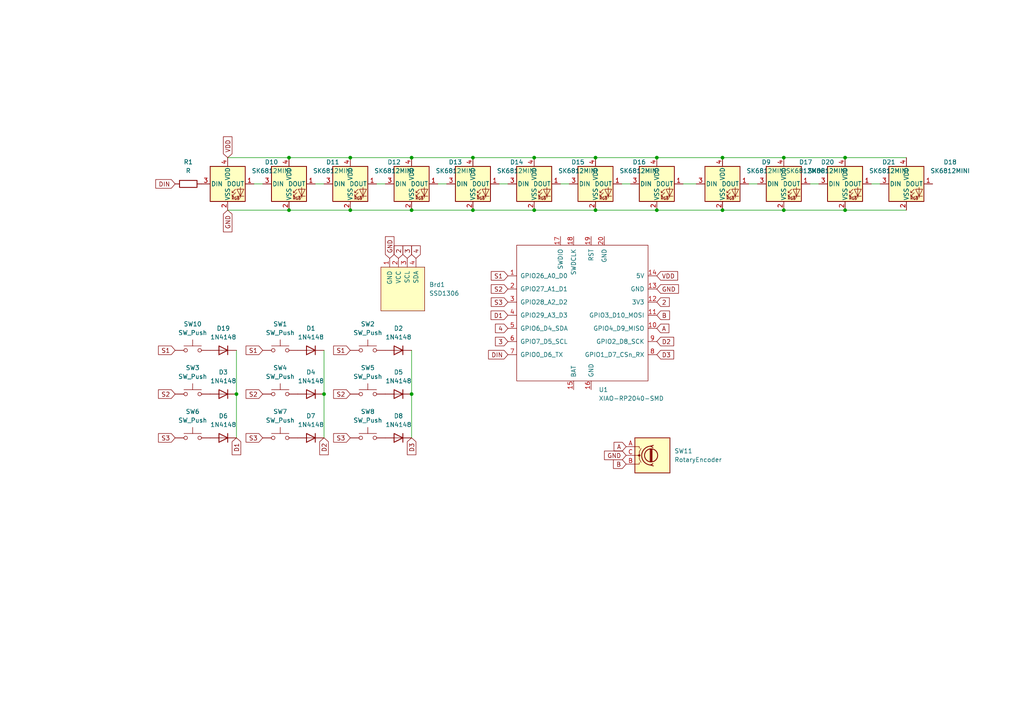
<source format=kicad_sch>
(kicad_sch (version 20231120) (generator "eeschema") (generator_version "8.0")
  (paper "A4")
  (lib_symbols
    (symbol "Device:R" (pin_numbers hide) (pin_names (offset 0))
      (property "Reference" "R" (at 2.032 0 90))
      (property "Value" "R" (at 0 0 90))
      (symbol "R_0_1"
        (rectangle (start -1.016 -2.54) (end 1.016 2.54) (stroke (width 0.254)))
      )
      (symbol "R_1_1"
        (pin passive line (at 0 3.81 270) (length 1.27) (name "~") (number "1"))
        (pin passive line (at 0 -3.81 90) (length 1.27) (name "~") (number "2"))
      )
    )
    (symbol "Device:RotaryEncoder" (pin_names (offset 0.254) hide)
      (property "Reference" "SW" (at 0 6.604 0))
      (property "Value" "RotaryEncoder" (at 0 -6.604 0))
      (symbol "RotaryEncoder_0_1"
        (rectangle (start -5.08 5.08) (end 5.08 -5.08) (stroke (width 0.254)) (fill (type background)))
        (circle (center -3.81 0) (radius 0.254) (fill (type outline)))
        (circle (center -0.381 0) (radius 1.905) (stroke (width 0.254)))
        (arc (start -0.381 2.667) (mid -3.0988 -0.0635) (end -0.381 -2.794) (stroke (width 0.254)))
        (polyline (pts (xy -0.635 -1.778) (xy -0.635 1.778)) (stroke (width 0.254)))
        (polyline (pts (xy -0.381 -1.778) (xy -0.381 1.778)) (stroke (width 0.254)))
        (polyline (pts (xy -0.127 1.778) (xy -0.127 -1.778)) (stroke (width 0.254)))
        (polyline (pts (xy -5.08 -2.54) (xy -3.81 -2.54) (xy -3.81 -2.032)))
        (polyline (pts (xy -5.08 2.54) (xy -3.81 2.54) (xy -3.81 2.032)))
        (polyline (pts (xy 0.254 -3.048) (xy -0.508 -2.794) (xy 0.127 -2.413)) (stroke (width 0.254)))
        (polyline (pts (xy 0.254 2.921) (xy -0.508 2.667) (xy 0.127 2.286)) (stroke (width 0.254)))
        (polyline (pts (xy -5.08 0) (xy -3.81 0) (xy -3.81 -1.016) (xy -3.302 -2.032)))
        (polyline (pts (xy -4.318 0) (xy -3.81 0) (xy -3.81 1.016) (xy -3.302 2.032)))
      )
      (symbol "RotaryEncoder_1_1"
        (pin passive line (at -7.62 2.54 0) (length 2.54) (name "A") (number "A"))
        (pin passive line (at -7.62 -2.54 0) (length 2.54) (name "B") (number "B"))
        (pin passive line (at -7.62 0 0) (length 2.54) (name "C") (number "C"))
      )
    )
    (symbol "Diode:1N4148" (pin_numbers hide) (pin_names hide)
      (property "Reference" "D" (at 0 2.54 0))
      (property "Value" "1N4148" (at 0 -2.54 0))
      (symbol "1N4148_0_1"
        (polyline (pts (xy -1.27 1.27) (xy -1.27 -1.27)) (stroke (width 0.254)))
        (polyline (pts (xy 1.27 0) (xy -1.27 0)))
        (polyline (pts (xy 1.27 1.27) (xy 1.27 -1.27) (xy -1.27 0) (xy 1.27 1.27)) (stroke (width 0.254)))
      )
      (symbol "1N4148_1_1"
        (pin passive line (at -3.81 0 0) (length 2.54) (name "K") (number "1"))
        (pin passive line (at 3.81 0 180) (length 2.54) (name "A") (number "2"))
      )
    )
    (symbol "LED:SK6812MINI" (pin_names (offset 0.254))
      (property "Reference" "D" (at 5.08 5.715 0))
      (property "Value" "SK6812MINI" (at 1.27 -5.715 0))
      (symbol "SK6812MINI_0_0"
        (text "RGB" (at 2.286 -4.191 0) (effects (font (size 0.762 0.762))))
      )
      (symbol "SK6812MINI_0_1"
        (polyline (pts (xy 1.27 -3.556) (xy 1.778 -3.556)))
        (polyline (pts (xy 1.27 -2.54) (xy 1.778 -2.54)))
        (polyline (pts (xy 4.699 -3.556) (xy 2.667 -3.556)))
        (polyline (pts (xy 2.286 -2.54) (xy 1.27 -3.556) (xy 1.27 -3.048)))
        (polyline (pts (xy 2.286 -1.524) (xy 1.27 -2.54) (xy 1.27 -2.032)))
        (polyline (pts (xy 3.683 -1.016) (xy 3.683 -3.556) (xy 3.683 -4.064)))
        (polyline (pts (xy 4.699 -1.524) (xy 2.667 -1.524) (xy 3.683 -3.556) (xy 4.699 -1.524)))
        (rectangle (start 5.08 5.08) (end -5.08 -5.08) (stroke (width 0.254)) (fill (type background)))
      )
      (symbol "SK6812MINI_1_1"
        (pin output line (at 7.62 0 180) (length 2.54) (name "DOUT") (number "1"))
        (pin power_in line (at 0 -7.62 90) (length 2.54) (name "VSS") (number "2"))
        (pin input line (at -7.62 0 0) (length 2.54) (name "DIN") (number "3"))
        (pin power_in line (at 0 7.62 270) (length 2.54) (name "VDD") (number "4"))
      )
    )
    (symbol "SSD1306-128x64_OLED:SSD1306" (pin_names (offset 1.016))
      (property "Reference" "Brd" (at 0 -3.81 0))
      (property "Value" "SSD1306" (at 0 -1.27 0))
      (symbol "SSD1306_0_1"
        (rectangle (start -6.35 6.35) (end 6.35 -6.35) (fill (type background)))
      )
      (symbol "SSD1306_1_1"
        (pin input line (at -3.81 8.89 270) (length 2.54) (name "GND") (number "1"))
        (pin input line (at -1.27 8.89 270) (length 2.54) (name "VCC") (number "2"))
        (pin input line (at 1.27 8.89 270) (length 2.54) (name "SCL") (number "3"))
        (pin input line (at 3.81 8.89 270) (length 2.54) (name "SDA") (number "4"))
      )
    )
    (symbol "Seeed_Studio_XIAO_Series:XIAO-RP2040-SMD" (pin_names (offset 1.016))
      (property "Reference" "U" (at -18.542 23.114 0))
      (property "Value" "XIAO-RP2040-SMD" (at -8.382 21.336 0))
      (symbol "XIAO-RP2040-SMD_0_1"
        (rectangle (start 19.05 -19.05) (end -19.05 20.32))
      )
      (symbol "XIAO-RP2040-SMD_1_1"
        (pin passive line (at -21.59 11.43 0) (length 2.54) (name "GPIO26_A0_D0") (number "1"))
        (pin passive line (at 21.59 -3.81 180) (length 2.54) (name "GPIO4_D9_MISO") (number "10"))
        (pin passive line (at 21.59 0 180) (length 2.54) (name "GPIO3_D10_MOSI") (number "11"))
        (pin passive line (at 21.59 3.81 180) (length 2.54) (name "3V3") (number "12"))
        (pin passive line (at 21.59 7.62 180) (length 2.54) (name "GND") (number "13"))
        (pin passive line (at 21.59 11.43 180) (length 2.54) (name "5V") (number "14"))
        (pin passive line (at -2.54 -21.59 90) (length 2.54) (name "BAT") (number "15"))
        (pin passive line (at 2.54 -21.59 90) (length 2.54) (name "GND") (number "16"))
        (pin passive line (at -6.35 22.86 270) (length 2.54) (name "SWDIO") (number "17"))
        (pin passive line (at -2.54 22.86 270) (length 2.54) (name "SWDCLK") (number "18"))
        (pin passive line (at 2.54 22.86 270) (length 2.54) (name "RST") (number "19"))
        (pin passive line (at -21.59 7.62 0) (length 2.54) (name "GPIO27_A1_D1") (number "2"))
        (pin passive line (at 6.35 22.86 270) (length 2.54) (name "GND") (number "20"))
        (pin passive line (at -21.59 3.81 0) (length 2.54) (name "GPIO28_A2_D2") (number "3"))
        (pin passive line (at -21.59 0 0) (length 2.54) (name "GPIO29_A3_D3") (number "4"))
        (pin passive line (at -21.59 -3.81 0) (length 2.54) (name "GPIO6_D4_SDA") (number "5"))
        (pin passive line (at -21.59 -7.62 0) (length 2.54) (name "GPIO7_D5_SCL") (number "6"))
        (pin passive line (at -21.59 -11.43 0) (length 2.54) (name "GPIO0_D6_TX") (number "7"))
        (pin passive line (at 21.59 -11.43 180) (length 2.54) (name "GPIO1_D7_CSn_RX") (number "8"))
        (pin passive line (at 21.59 -7.62 180) (length 2.54) (name "GPIO2_D8_SCK") (number "9"))
      )
    )
    (symbol "Switch:SW_Push" (pin_numbers hide) (pin_names (offset 1.016) hide)
      (property "Reference" "SW" (at 1.27 2.54 0))
      (property "Value" "SW_Push" (at 0 -1.524 0))
      (symbol "SW_Push_0_1"
        (circle (center -2.032 0) (radius 0.508))
        (polyline (pts (xy 0 1.27) (xy 0 3.048)))
        (polyline (pts (xy 2.54 1.27) (xy -2.54 1.27)))
        (circle (center 2.032 0) (radius 0.508))
        (pin passive line (at -5.08 0 0) (length 2.54) (name "1") (number "1"))
        (pin passive line (at 5.08 0 180) (length 2.54) (name "2") (number "2"))
      )
    )
  )
  (junction (at 83.82 45.72))
  (junction (at 190.5 45.72))
  (junction (at 245.11 60.96))
  (junction (at 83.82 60.96))
  (junction (at 137.16 45.72))
  (junction (at 227.33 45.72))
  (junction (at 101.6 60.96))
  (junction (at 172.72 60.96))
  (junction (at 137.16 60.96))
  (junction (at 154.94 60.96))
  (junction (at 172.72 45.72))
  (junction (at 190.5 60.96))
  (junction (at 93.98 114.3))
  (junction (at 119.38 60.96))
  (junction (at 209.55 45.72))
  (junction (at 119.38 114.3))
  (junction (at 245.11 45.72))
  (junction (at 119.38 45.72))
  (junction (at 209.55 60.96))
  (junction (at 68.58 114.3))
  (junction (at 154.94 45.72))
  (junction (at 101.6 45.72))
  (junction (at 227.33 60.96))
  (wire (pts (xy 91.44 53.34) (xy 93.98 53.34)))
  (wire (pts (xy 119.38 45.72) (xy 137.16 45.72)))
  (wire (pts (xy 234.95 53.34) (xy 237.49 53.34)))
  (wire (pts (xy 119.38 60.96) (xy 137.16 60.96)))
  (wire (pts (xy 252.73 53.34) (xy 255.27 53.34)))
  (wire (pts (xy 245.11 60.96) (xy 262.89 60.96)))
  (wire (pts (xy 162.56 53.34) (xy 165.1 53.34)))
  (wire (pts (xy 83.82 45.72) (xy 101.6 45.72)))
  (wire (pts (xy 119.38 114.3) (xy 119.38 127)))
  (wire (pts (xy 209.55 45.72) (xy 227.33 45.72)))
  (wire (pts (xy 93.98 101.6) (xy 93.98 114.3)))
  (wire (pts (xy 172.72 45.72) (xy 190.5 45.72)))
  (wire (pts (xy 73.66 53.34) (xy 76.2 53.34)))
  (wire (pts (xy 172.72 60.96) (xy 190.5 60.96)))
  (wire (pts (xy 83.82 60.96) (xy 101.6 60.96)))
  (wire (pts (xy 180.34 53.34) (xy 182.88 53.34)))
  (wire (pts (xy 144.78 53.34) (xy 147.32 53.34)))
  (wire (pts (xy 198.12 53.34) (xy 201.93 53.34)))
  (wire (pts (xy 68.58 114.3) (xy 68.58 127)))
  (wire (pts (xy 227.33 45.72) (xy 245.11 45.72)))
  (wire (pts (xy 154.94 60.96) (xy 172.72 60.96)))
  (wire (pts (xy 137.16 45.72) (xy 154.94 45.72)))
  (wire (pts (xy 154.94 45.72) (xy 172.72 45.72)))
  (wire (pts (xy 119.38 101.6) (xy 119.38 114.3)))
  (wire (pts (xy 66.04 45.72) (xy 83.82 45.72)))
  (wire (pts (xy 101.6 45.72) (xy 119.38 45.72)))
  (wire (pts (xy 217.17 53.34) (xy 219.71 53.34)))
  (wire (pts (xy 137.16 60.96) (xy 154.94 60.96)))
  (wire (pts (xy 209.55 60.96) (xy 227.33 60.96)))
  (wire (pts (xy 190.5 60.96) (xy 209.55 60.96)))
  (wire (pts (xy 127 53.34) (xy 129.54 53.34)))
  (wire (pts (xy 109.22 53.34) (xy 111.76 53.34)))
  (wire (pts (xy 93.98 114.3) (xy 93.98 127)))
  (wire (pts (xy 68.58 101.6) (xy 68.58 114.3)))
  (wire (pts (xy 66.04 60.96) (xy 83.82 60.96)))
  (wire (pts (xy 245.11 45.72) (xy 262.89 45.72)))
  (wire (pts (xy 101.6 60.96) (xy 119.38 60.96)))
  (wire (pts (xy 227.33 60.96) (xy 245.11 60.96)))
  (wire (pts (xy 190.5 45.72) (xy 209.55 45.72)))
  (global_label "2" (shape input) (at 190.5 87.63 0) (property "Intersheetrefs" "${INTERSHEET_REFS}" (effects (hide yes))))
  (global_label "A" (shape input) (at 190.5 95.25 0) (property "Intersheetrefs" "${INTERSHEET_REFS}" (effects (hide yes))))
  (global_label "GND" (shape input) (at 113.03 74.93 90) (property "Intersheetrefs" "${INTERSHEET_REFS}" (effects (hide yes))))
  (global_label "VDD" (shape input) (at 66.04 45.72 90) (property "Intersheetrefs" "${INTERSHEET_REFS}" (effects (hide yes))))
  (global_label "B" (shape input) (at 181.61 134.62 180) (property "Intersheetrefs" "${INTERSHEET_REFS}" (effects (hide yes))))
  (global_label "S1" (shape input) (at 76.2 101.6 180) (property "Intersheetrefs" "${INTERSHEET_REFS}" (effects (hide yes))))
  (global_label "3" (shape input) (at 147.32 99.06 180) (property "Intersheetrefs" "${INTERSHEET_REFS}" (effects (hide yes))))
  (global_label "D3" (shape input) (at 190.5 102.87 0) (property "Intersheetrefs" "${INTERSHEET_REFS}" (effects (hide yes))))
  (global_label "GND" (shape input) (at 190.5 83.82 0) (property "Intersheetrefs" "${INTERSHEET_REFS}" (effects (hide yes))))
  (global_label "DIN" (shape input) (at 50.8 53.34 180) (property "Intersheetrefs" "${INTERSHEET_REFS}" (effects (hide yes))))
  (global_label "S3" (shape input) (at 76.2 127 180) (property "Intersheetrefs" "${INTERSHEET_REFS}" (effects (hide yes))))
  (global_label "S3" (shape input) (at 147.32 87.63 180) (property "Intersheetrefs" "${INTERSHEET_REFS}" (effects (hide yes))))
  (global_label "S2" (shape input) (at 101.6 114.3 180) (property "Intersheetrefs" "${INTERSHEET_REFS}" (effects (hide yes))))
  (global_label "GND" (shape input) (at 66.04 60.96 270) (property "Intersheetrefs" "${INTERSHEET_REFS}" (effects (hide yes))))
  (global_label "B" (shape input) (at 190.5 91.44 0) (property "Intersheetrefs" "${INTERSHEET_REFS}" (effects (hide yes))))
  (global_label "D3" (shape input) (at 119.38 127 270) (property "Intersheetrefs" "${INTERSHEET_REFS}" (effects (hide yes))))
  (global_label "GND" (shape input) (at 181.61 132.08 180) (property "Intersheetrefs" "${INTERSHEET_REFS}" (effects (hide yes))))
  (global_label "S1" (shape input) (at 101.6 101.6 180) (property "Intersheetrefs" "${INTERSHEET_REFS}" (effects (hide yes))))
  (global_label "S1" (shape input) (at 147.32 80.01 180) (property "Intersheetrefs" "${INTERSHEET_REFS}" (effects (hide yes))))
  (global_label "D1" (shape input) (at 68.58 127 270) (property "Intersheetrefs" "${INTERSHEET_REFS}" (effects (hide yes))))
  (global_label "S3" (shape input) (at 50.8 127 180) (property "Intersheetrefs" "${INTERSHEET_REFS}" (effects (hide yes))))
  (global_label "DIN" (shape input) (at 147.32 102.87 180) (property "Intersheetrefs" "${INTERSHEET_REFS}" (effects (hide yes))))
  (global_label "S2" (shape input) (at 76.2 114.3 180) (property "Intersheetrefs" "${INTERSHEET_REFS}" (effects (hide yes))))
  (global_label "3" (shape input) (at 118.11 74.93 90) (property "Intersheetrefs" "${INTERSHEET_REFS}" (effects (hide yes))))
  (global_label "4" (shape input) (at 147.32 95.25 180) (property "Intersheetrefs" "${INTERSHEET_REFS}" (effects (hide yes))))
  (global_label "S3" (shape input) (at 101.6 127 180) (property "Intersheetrefs" "${INTERSHEET_REFS}" (effects (hide yes))))
  (global_label "S2" (shape input) (at 50.8 114.3 180) (property "Intersheetrefs" "${INTERSHEET_REFS}" (effects (hide yes))))
  (global_label "D1" (shape input) (at 147.32 91.44 180) (property "Intersheetrefs" "${INTERSHEET_REFS}" (effects (hide yes))))
  (global_label "D2" (shape input) (at 93.98 127 270) (property "Intersheetrefs" "${INTERSHEET_REFS}" (effects (hide yes))))
  (global_label "D2" (shape input) (at 190.5 99.06 0) (property "Intersheetrefs" "${INTERSHEET_REFS}" (effects (hide yes))))
  (global_label "S1" (shape input) (at 50.8 101.6 180) (property "Intersheetrefs" "${INTERSHEET_REFS}" (effects (hide yes))))
  (global_label "VDD" (shape input) (at 190.5 80.01 0) (property "Intersheetrefs" "${INTERSHEET_REFS}" (effects (hide yes))))
  (global_label "S2" (shape input) (at 147.32 83.82 180) (property "Intersheetrefs" "${INTERSHEET_REFS}" (effects (hide yes))))
  (global_label "4" (shape input) (at 120.65 74.93 90) (property "Intersheetrefs" "${INTERSHEET_REFS}" (effects (hide yes))))
  (global_label "2" (shape input) (at 115.57 74.93 90) (property "Intersheetrefs" "${INTERSHEET_REFS}" (effects (hide yes))))
  (global_label "A" (shape input) (at 181.61 129.54 180) (property "Intersheetrefs" "${INTERSHEET_REFS}" (effects (hide yes))))
  (symbol (lib_id "LED:SK6812MINI") (at 154.94 53.34 0) (unit 1)
    (property "Reference" "D15" (at 167.64 47.0214 0))
    (property "Value" "SK6812MINI" (at 167.64 49.5614 0))
    (property "Footprint" "LED_SMD:LED_SK6812MINI_PLCC4_3.5x3.5mm_P1.75mm" (effects (hide yes)))
    (property "Datasheet" "https://cdn-shop.adafruit.com/product-files/2686/SK6812MINI_REV.01-1-2.pdf" (effects (hide yes)))
    (property "Description" "RGB LED with integrated controller" (effects (hide yes)))
  )
  (symbol (lib_id "LED:SK6812MINI") (at 172.72 53.34 0) (unit 1)
    (property "Reference" "D16" (at 185.42 47.0214 0))
    (property "Value" "SK6812MINI" (at 185.42 49.5614 0))
    (property "Footprint" "LED_SMD:LED_SK6812MINI_PLCC4_3.5x3.5mm_P1.75mm" (effects (hide yes)))
    (property "Datasheet" "https://cdn-shop.adafruit.com/product-files/2686/SK6812MINI_REV.01-1-2.pdf" (effects (hide yes)))
    (property "Description" "RGB LED with integrated controller" (effects (hide yes)))
  )
  (symbol (lib_id "LED:SK6812MINI") (at 262.89 53.34 0) (unit 1)
    (property "Reference" "D18" (at 275.59 47.0214 0))
    (property "Value" "SK6812MINI" (at 275.59 49.5614 0))
    (property "Footprint" "LED_SMD:LED_SK6812MINI_PLCC4_3.5x3.5mm_P1.75mm" (effects (hide yes)))
    (property "Datasheet" "https://cdn-shop.adafruit.com/product-files/2686/SK6812MINI_REV.01-1-2.pdf" (effects (hide yes)))
    (property "Description" "RGB LED with integrated controller" (effects (hide yes)))
  )
  (symbol (lib_id "Diode:1N4148") (at 64.77 127 180) (unit 1)
    (property "Reference" "D6" (at 64.77 120.65 0))
    (property "Value" "1N4148" (at 64.77 123.19 0))
    (property "Footprint" "Diode_THT:D_DO-35_SOD27_P7.62mm_Horizontal" (effects (hide yes)))
    (property "Datasheet" "https://assets.nexperia.com/documents/data-sheet/1N4148_1N4448.pdf" (effects (hide yes)))
    (property "Description" "100V 0.15A standard switching diode, DO-35" (effects (hide yes)))
    (property "Sim.Device" "D" (effects (hide yes)))
    (property "Sim.Pins" "1=K 2=A" (effects (hide yes)))
  )
  (symbol (lib_id "LED:SK6812MINI") (at 119.38 53.34 0) (unit 1)
    (property "Reference" "D13" (at 132.08 47.0214 0))
    (property "Value" "SK6812MINI" (at 132.08 49.5614 0))
    (property "Footprint" "LED_SMD:LED_SK6812MINI_PLCC4_3.5x3.5mm_P1.75mm" (effects (hide yes)))
    (property "Datasheet" "https://cdn-shop.adafruit.com/product-files/2686/SK6812MINI_REV.01-1-2.pdf" (effects (hide yes)))
    (property "Description" "RGB LED with integrated controller" (effects (hide yes)))
  )
  (symbol (lib_id "Seeed_Studio_XIAO_Series:XIAO-RP2040-SMD") (at 168.91 91.44 0) (unit 1)
    (property "Reference" "U1" (at 173.6441 113.03 0) (effects (justify left)))
    (property "Value" "XIAO-RP2040-SMD" (at 173.6441 115.57 0) (effects (justify left)))
    (property "Footprint" "xiao_rp2040:XIAO-RP2040-SMD" (effects (hide yes)))
  )
  (symbol (lib_id "Diode:1N4148") (at 64.77 101.6 180) (unit 1)
    (property "Reference" "D19" (at 64.77 95.25 0))
    (property "Value" "1N4148" (at 64.77 97.79 0))
    (property "Footprint" "Diode_THT:D_DO-35_SOD27_P7.62mm_Horizontal" (effects (hide yes)))
    (property "Datasheet" "https://assets.nexperia.com/documents/data-sheet/1N4148_1N4448.pdf" (effects (hide yes)))
    (property "Description" "100V 0.15A standard switching diode, DO-35" (effects (hide yes)))
    (property "Sim.Device" "D" (effects (hide yes)))
    (property "Sim.Pins" "1=K 2=A" (effects (hide yes)))
  )
  (symbol (lib_id "Diode:1N4148") (at 90.17 114.3 180) (unit 1)
    (property "Reference" "D4" (at 90.17 107.95 0))
    (property "Value" "1N4148" (at 90.17 110.49 0))
    (property "Footprint" "Diode_THT:D_DO-35_SOD27_P7.62mm_Horizontal" (effects (hide yes)))
    (property "Datasheet" "https://assets.nexperia.com/documents/data-sheet/1N4148_1N4448.pdf" (effects (hide yes)))
    (property "Description" "100V 0.15A standard switching diode, DO-35" (effects (hide yes)))
    (property "Sim.Device" "D" (effects (hide yes)))
    (property "Sim.Pins" "1=K 2=A" (effects (hide yes)))
  )
  (symbol (lib_id "Diode:1N4148") (at 90.17 127 180) (unit 1)
    (property "Reference" "D7" (at 90.17 120.65 0))
    (property "Value" "1N4148" (at 90.17 123.19 0))
    (property "Footprint" "Diode_THT:D_DO-35_SOD27_P7.62mm_Horizontal" (effects (hide yes)))
    (property "Datasheet" "https://assets.nexperia.com/documents/data-sheet/1N4148_1N4448.pdf" (effects (hide yes)))
    (property "Description" "100V 0.15A standard switching diode, DO-35" (effects (hide yes)))
    (property "Sim.Device" "D" (effects (hide yes)))
    (property "Sim.Pins" "1=K 2=A" (effects (hide yes)))
  )
  (symbol (lib_id "LED:SK6812MINI") (at 245.11 53.34 0) (unit 1)
    (property "Reference" "D21" (at 257.81 47.0214 0))
    (property "Value" "SK6812MINI" (at 257.81 49.5614 0))
    (property "Footprint" "LED_SMD:LED_SK6812MINI_PLCC4_3.5x3.5mm_P1.75mm" (effects (hide yes)))
    (property "Datasheet" "https://cdn-shop.adafruit.com/product-files/2686/SK6812MINI_REV.01-1-2.pdf" (effects (hide yes)))
    (property "Description" "RGB LED with integrated controller" (effects (hide yes)))
  )
  (symbol (lib_id "Diode:1N4148") (at 115.57 114.3 180) (unit 1)
    (property "Reference" "D5" (at 115.57 107.95 0))
    (property "Value" "1N4148" (at 115.57 110.49 0))
    (property "Footprint" "Diode_THT:D_DO-35_SOD27_P7.62mm_Horizontal" (effects (hide yes)))
    (property "Datasheet" "https://assets.nexperia.com/documents/data-sheet/1N4148_1N4448.pdf" (effects (hide yes)))
    (property "Description" "100V 0.15A standard switching diode, DO-35" (effects (hide yes)))
    (property "Sim.Device" "D" (effects (hide yes)))
    (property "Sim.Pins" "1=K 2=A" (effects (hide yes)))
  )
  (symbol (lib_id "Diode:1N4148") (at 115.57 127 180) (unit 1)
    (property "Reference" "D8" (at 115.57 120.65 0))
    (property "Value" "1N4148" (at 115.57 123.19 0))
    (property "Footprint" "Diode_THT:D_DO-35_SOD27_P7.62mm_Horizontal" (effects (hide yes)))
    (property "Datasheet" "https://assets.nexperia.com/documents/data-sheet/1N4148_1N4448.pdf" (effects (hide yes)))
    (property "Description" "100V 0.15A standard switching diode, DO-35" (effects (hide yes)))
    (property "Sim.Device" "D" (effects (hide yes)))
    (property "Sim.Pins" "1=K 2=A" (effects (hide yes)))
  )
  (symbol (lib_id "LED:SK6812MINI") (at 66.04 53.34 0) (unit 1)
    (property "Reference" "D10" (at 78.74 47.0214 0))
    (property "Value" "SK6812MINI" (at 78.74 49.5614 0))
    (property "Footprint" "LED_SMD:LED_SK6812MINI_PLCC4_3.5x3.5mm_P1.75mm" (effects (hide yes)))
    (property "Datasheet" "https://cdn-shop.adafruit.com/product-files/2686/SK6812MINI_REV.01-1-2.pdf" (effects (hide yes)))
    (property "Description" "RGB LED with integrated controller" (effects (hide yes)))
  )
  (symbol (lib_id "LED:SK6812MINI") (at 101.6 53.34 0) (unit 1)
    (property "Reference" "D12" (at 114.3 47.0214 0))
    (property "Value" "SK6812MINI" (at 114.3 49.5614 0))
    (property "Footprint" "LED_SMD:LED_SK6812MINI_PLCC4_3.5x3.5mm_P1.75mm" (effects (hide yes)))
    (property "Datasheet" "https://cdn-shop.adafruit.com/product-files/2686/SK6812MINI_REV.01-1-2.pdf" (effects (hide yes)))
    (property "Description" "RGB LED with integrated controller" (effects (hide yes)))
  )
  (symbol (lib_id "LED:SK6812MINI") (at 190.5 53.34 0) (unit 1)
    (property "Reference" "D17" (at 233.68 47.0214 0))
    (property "Value" "SK6812MINI" (at 233.68 49.5614 0))
    (property "Footprint" "LED_SMD:LED_SK6812MINI_PLCC4_3.5x3.5mm_P1.75mm" (effects (hide yes)))
    (property "Datasheet" "https://cdn-shop.adafruit.com/product-files/2686/SK6812MINI_REV.01-1-2.pdf" (effects (hide yes)))
    (property "Description" "RGB LED with integrated controller" (effects (hide yes)))
  )
  (symbol (lib_id "Switch:SW_Push") (at 81.28 101.6 0) (unit 1)
    (property "Reference" "SW1" (at 81.28 93.98 0))
    (property "Value" "SW_Push" (at 81.28 96.52 0))
    (property "Footprint" "MX switches:SW_Cherry_MX1A_1.00u_PCB" (effects (hide yes)))
    (property "Description" "Push button switch, generic, two pins" (effects (hide yes)))
  )
  (symbol (lib_id "Diode:1N4148") (at 115.57 101.6 180) (unit 1)
    (property "Reference" "D2" (at 115.57 95.25 0))
    (property "Value" "1N4148" (at 115.57 97.79 0))
    (property "Footprint" "Diode_THT:D_DO-35_SOD27_P7.62mm_Horizontal" (effects (hide yes)))
    (property "Datasheet" "https://assets.nexperia.com/documents/data-sheet/1N4148_1N4448.pdf" (effects (hide yes)))
    (property "Description" "100V 0.15A standard switching diode, DO-35" (effects (hide yes)))
    (property "Sim.Device" "D" (effects (hide yes)))
    (property "Sim.Pins" "1=K 2=A" (effects (hide yes)))
  )
  (symbol (lib_id "Device:RotaryEncoder") (at 189.23 132.08 0) (unit 1)
    (property "Reference" "SW11" (at 195.58 130.8099 0) (effects (justify left)))
    (property "Value" "RotaryEncoder" (at 195.58 133.3499 0) (effects (justify left)))
    (property "Footprint" "Rotary_Encoder:RotaryEncoder_Alps_EC11E_Vertical_H20mm" (effects (hide yes)))
    (property "Description" "Rotary encoder, dual channel, incremental quadrate outputs" (effects (hide yes)))
  )
  (symbol (lib_id "SSD1306-128x64_OLED:SSD1306") (at 116.84 83.82 0) (unit 1)
    (property "Reference" "Brd1" (at 124.46 82.5499 0) (effects (justify left)))
    (property "Value" "SSD1306" (at 124.46 85.0899 0) (effects (justify left)))
    (property "Footprint" "Display:Adafruit_SSD1306" (effects (hide yes)))
  )
  (symbol (lib_id "LED:SK6812MINI") (at 83.82 53.34 0) (unit 1)
    (property "Reference" "D11" (at 96.52 47.0214 0))
    (property "Value" "SK6812MINI" (at 96.52 49.5614 0))
    (property "Footprint" "LED_SMD:LED_SK6812MINI_PLCC4_3.5x3.5mm_P1.75mm" (effects (hide yes)))
    (property "Datasheet" "https://cdn-shop.adafruit.com/product-files/2686/SK6812MINI_REV.01-1-2.pdf" (effects (hide yes)))
    (property "Description" "RGB LED with integrated controller" (effects (hide yes)))
  )
  (symbol (lib_id "Switch:SW_Push") (at 55.88 114.3 0) (unit 1)
    (property "Reference" "SW3" (at 55.88 106.68 0))
    (property "Value" "SW_Push" (at 55.88 109.22 0))
    (property "Footprint" "MX switches:SW_Cherry_MX1A_1.00u_PCB" (effects (hide yes)))
    (property "Description" "Push button switch, generic, two pins" (effects (hide yes)))
  )
  (symbol (lib_id "Switch:SW_Push") (at 106.68 127 0) (unit 1)
    (property "Reference" "SW8" (at 106.68 119.38 0))
    (property "Value" "SW_Push" (at 106.68 121.92 0))
    (property "Footprint" "MX switches:SW_Cherry_MX1A_1.00u_PCB" (effects (hide yes)))
    (property "Description" "Push button switch, generic, two pins" (effects (hide yes)))
  )
  (symbol (lib_id "LED:SK6812MINI") (at 227.33 53.34 0) (unit 1)
    (property "Reference" "D20" (at 240.03 47.0214 0))
    (property "Value" "SK6812MINI" (at 240.03 49.5614 0))
    (property "Footprint" "LED_SMD:LED_SK6812MINI_PLCC4_3.5x3.5mm_P1.75mm" (effects (hide yes)))
    (property "Datasheet" "https://cdn-shop.adafruit.com/product-files/2686/SK6812MINI_REV.01-1-2.pdf" (effects (hide yes)))
    (property "Description" "RGB LED with integrated controller" (effects (hide yes)))
  )
  (symbol (lib_id "Device:R") (at 54.61 53.34 90) (unit 1)
    (property "Reference" "R1" (at 54.61 46.99 90))
    (property "Value" "R" (at 54.61 49.53 90))
    (property "Footprint" "Resistor_THT:R_Axial_DIN0204_L3.6mm_D1.6mm_P1.90mm_Vertical" (effects (hide yes)))
    (property "Description" "Resistor" (effects (hide yes)))
  )
  (symbol (lib_id "LED:SK6812MINI") (at 209.55 53.34 0) (unit 1)
    (property "Reference" "D9" (at 222.25 47.0214 0))
    (property "Value" "SK6812MINI" (at 222.25 49.5614 0))
    (property "Footprint" "LED_SMD:LED_SK6812MINI_PLCC4_3.5x3.5mm_P1.75mm" (effects (hide yes)))
    (property "Datasheet" "https://cdn-shop.adafruit.com/product-files/2686/SK6812MINI_REV.01-1-2.pdf" (effects (hide yes)))
    (property "Description" "RGB LED with integrated controller" (effects (hide yes)))
  )
  (symbol (lib_id "Diode:1N4148") (at 64.77 114.3 180) (unit 1)
    (property "Reference" "D3" (at 64.77 107.95 0))
    (property "Value" "1N4148" (at 64.77 110.49 0))
    (property "Footprint" "Diode_THT:D_DO-35_SOD27_P7.62mm_Horizontal" (effects (hide yes)))
    (property "Datasheet" "https://assets.nexperia.com/documents/data-sheet/1N4148_1N4448.pdf" (effects (hide yes)))
    (property "Description" "100V 0.15A standard switching diode, DO-35" (effects (hide yes)))
    (property "Sim.Device" "D" (effects (hide yes)))
    (property "Sim.Pins" "1=K 2=A" (effects (hide yes)))
  )
  (symbol (lib_id "Switch:SW_Push") (at 81.28 127 0) (unit 1)
    (property "Reference" "SW7" (at 81.28 119.38 0))
    (property "Value" "SW_Push" (at 81.28 121.92 0))
    (property "Footprint" "MX switches:SW_Cherry_MX1A_1.00u_PCB" (effects (hide yes)))
    (property "Description" "Push button switch, generic, two pins" (effects (hide yes)))
  )
  (symbol (lib_id "Switch:SW_Push") (at 106.68 101.6 0) (unit 1)
    (property "Reference" "SW2" (at 106.68 93.98 0))
    (property "Value" "SW_Push" (at 106.68 96.52 0))
    (property "Footprint" "MX switches:SW_Cherry_MX1A_1.00u_PCB" (effects (hide yes)))
    (property "Description" "Push button switch, generic, two pins" (effects (hide yes)))
  )
  (symbol (lib_id "LED:SK6812MINI") (at 137.16 53.34 0) (unit 1)
    (property "Reference" "D14" (at 149.86 47.0214 0))
    (property "Value" "SK6812MINI" (at 149.86 49.5614 0))
    (property "Footprint" "LED_SMD:LED_SK6812MINI_PLCC4_3.5x3.5mm_P1.75mm" (effects (hide yes)))
    (property "Datasheet" "https://cdn-shop.adafruit.com/product-files/2686/SK6812MINI_REV.01-1-2.pdf" (effects (hide yes)))
    (property "Description" "RGB LED with integrated controller" (effects (hide yes)))
  )
  (symbol (lib_id "Switch:SW_Push") (at 106.68 114.3 0) (unit 1)
    (property "Reference" "SW5" (at 106.68 106.68 0))
    (property "Value" "SW_Push" (at 106.68 109.22 0))
    (property "Footprint" "MX switches:SW_Cherry_MX1A_1.00u_PCB" (effects (hide yes)))
    (property "Description" "Push button switch, generic, two pins" (effects (hide yes)))
  )
  (symbol (lib_id "Switch:SW_Push") (at 55.88 101.6 0) (unit 1)
    (property "Reference" "SW10" (at 55.88 93.98 0))
    (property "Value" "SW_Push" (at 55.88 96.52 0))
    (property "Footprint" "MX switches:SW_Cherry_MX1A_1.00u_PCB" (effects (hide yes)))
    (property "Description" "Push button switch, generic, two pins" (effects (hide yes)))
  )
  (symbol (lib_id "Switch:SW_Push") (at 55.88 127 0) (unit 1)
    (property "Reference" "SW6" (at 55.88 119.38 0))
    (property "Value" "SW_Push" (at 55.88 121.92 0))
    (property "Footprint" "MX switches:SW_Cherry_MX1A_1.00u_PCB" (effects (hide yes)))
    (property "Description" "Push button switch, generic, two pins" (effects (hide yes)))
  )
  (symbol (lib_id "Switch:SW_Push") (at 81.28 114.3 0) (unit 1)
    (property "Reference" "SW4" (at 81.28 106.68 0))
    (property "Value" "SW_Push" (at 81.28 109.22 0))
    (property "Footprint" "MX switches:SW_Cherry_MX1A_1.00u_PCB" (effects (hide yes)))
    (property "Description" "Push button switch, generic, two pins" (effects (hide yes)))
  )
  (symbol (lib_id "Diode:1N4148") (at 90.17 101.6 180) (unit 1)
    (property "Reference" "D1" (at 90.17 95.25 0))
    (property "Value" "1N4148" (at 90.17 97.79 0))
    (property "Footprint" "Diode_THT:D_DO-35_SOD27_P7.62mm_Horizontal" (effects (hide yes)))
    (property "Datasheet" "https://assets.nexperia.com/documents/data-sheet/1N4148_1N4448.pdf" (effects (hide yes)))
    (property "Description" "100V 0.15A standard switching diode, DO-35" (effects (hide yes)))
    (property "Sim.Device" "D" (effects (hide yes)))
    (property "Sim.Pins" "1=K 2=A" (effects (hide yes)))
  )
)
</source>
